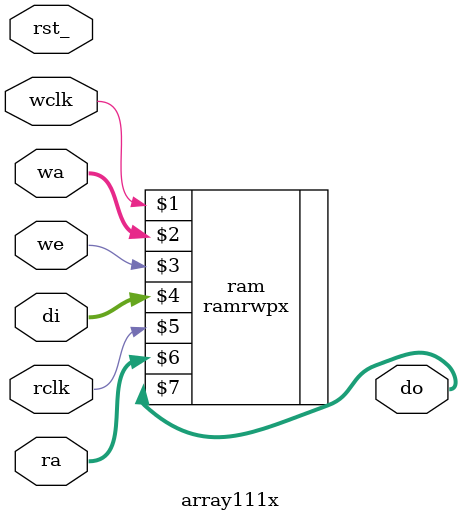
<source format=v>

module array111x (rst_,wclk,wa,we,di,rclk,ra,do);

parameter ADDRBIT = 9;
parameter DEPTH = 512;
parameter WIDTH = 32;
parameter TYPE = "AUTO";
parameter MAXDEPTH = 0;
parameter MEM_RESET = "OFF";

input               rst_;
input               wclk;
input [ADDRBIT-1:0] wa;
input               we;
input [WIDTH-1:0]   di;
input               rclk;
input [ADDRBIT-1:0] ra;
output [WIDTH-1:0]  do;

ramrwpx #(ADDRBIT,DEPTH,WIDTH) ram (wclk,wa,we,di,rclk,ra,do);

endmodule
</source>
